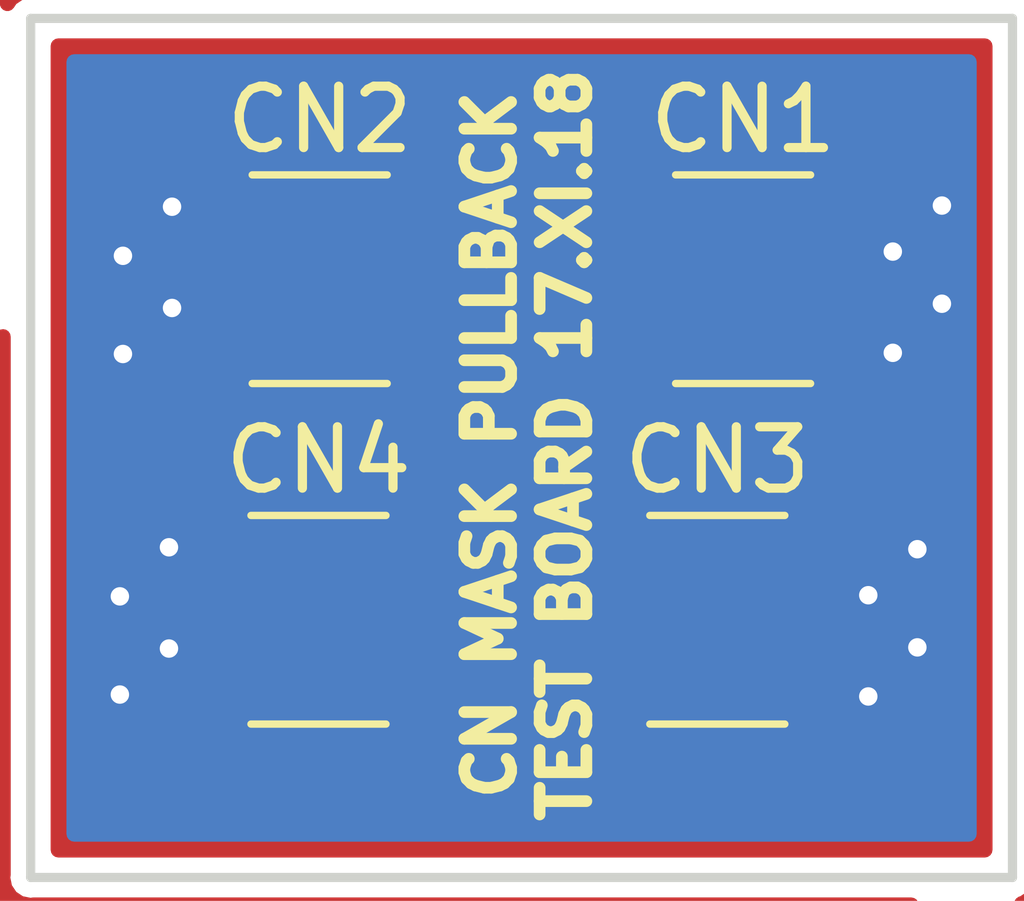
<source format=kicad_pcb>
(kicad_pcb (version 20171130) (host pcbnew "(5.0.0)")

  (general
    (thickness 1.6)
    (drawings 5)
    (tracks 71)
    (zones 0)
    (modules 4)
    (nets 10)
  )

  (page A4)
  (layers
    (0 F.Cu signal hide)
    (31 B.Cu signal)
    (32 B.Adhes user)
    (33 F.Adhes user)
    (34 B.Paste user)
    (35 F.Paste user)
    (36 B.SilkS user)
    (37 F.SilkS user)
    (38 B.Mask user)
    (39 F.Mask user)
    (40 Dwgs.User user)
    (41 Cmts.User user)
    (42 Eco1.User user)
    (43 Eco2.User user)
    (44 Edge.Cuts user)
    (45 Margin user)
    (46 B.CrtYd user)
    (47 F.CrtYd user)
    (48 B.Fab user)
    (49 F.Fab user)
  )

  (setup
    (last_trace_width 0.127)
    (trace_clearance 0.2)
    (zone_clearance 0.25)
    (zone_45_only no)
    (trace_min 0.127)
    (segment_width 0.2)
    (edge_width 0.15)
    (via_size 0.6)
    (via_drill 0.3)
    (via_min_size 0.6)
    (via_min_drill 0.3)
    (uvia_size 0.3)
    (uvia_drill 0.1)
    (uvias_allowed no)
    (uvia_min_size 0.2)
    (uvia_min_drill 0.1)
    (pcb_text_width 0.3)
    (pcb_text_size 1.5 1.5)
    (mod_edge_width 0.15)
    (mod_text_size 1 1)
    (mod_text_width 0.15)
    (pad_size 1.524 1.524)
    (pad_drill 0.762)
    (pad_to_mask_clearance 0.2)
    (aux_axis_origin 0 0)
    (visible_elements FFFFFF7F)
    (pcbplotparams
      (layerselection 0x010f0_ffffffff)
      (usegerberextensions false)
      (usegerberattributes false)
      (usegerberadvancedattributes false)
      (creategerberjobfile false)
      (excludeedgelayer true)
      (linewidth 0.100000)
      (plotframeref false)
      (viasonmask false)
      (mode 1)
      (useauxorigin false)
      (hpglpennumber 1)
      (hpglpenspeed 20)
      (hpglpendiameter 15.000000)
      (psnegative false)
      (psa4output false)
      (plotreference true)
      (plotvalue true)
      (plotinvisibletext false)
      (padsonsilk false)
      (subtractmaskfromsilk false)
      (outputformat 1)
      (mirror false)
      (drillshape 0)
      (scaleselection 1)
      (outputdirectory "test_for_smd_networks"))
  )

  (net 0 "")
  (net 1 GND)
  (net 2 "Net-(CN1-Pad4)")
  (net 3 "Net-(CN1-Pad1)")
  (net 4 "Net-(CN1-Pad3)")
  (net 5 "Net-(CN1-Pad2)")
  (net 6 "Net-(CN3-Pad4)")
  (net 7 "Net-(CN3-Pad1)")
  (net 8 "Net-(CN3-Pad3)")
  (net 9 "Net-(CN3-Pad2)")

  (net_class Default "This is the default net class."
    (clearance 0.2)
    (trace_width 0.127)
    (via_dia 0.6)
    (via_drill 0.3)
    (uvia_dia 0.3)
    (uvia_drill 0.1)
    (add_net GND)
    (add_net "Net-(CN1-Pad1)")
    (add_net "Net-(CN1-Pad2)")
    (add_net "Net-(CN1-Pad3)")
    (add_net "Net-(CN1-Pad4)")
    (add_net "Net-(CN3-Pad1)")
    (add_net "Net-(CN3-Pad2)")
    (add_net "Net-(CN3-Pad3)")
    (add_net "Net-(CN3-Pad4)")
  )

  (module lmarv:RN_1206_4 (layer F.Cu) (tedit 5BF0FD2B) (tstamp 5BF10C5B)
    (at 67.61 41.25)
    (descr "SMT resistor net, Bourns CAT16 series, 4 way")
    (tags "SMT resistor net Bourns CAT16 series 4 way")
    (path /5BF0FE71)
    (attr smd)
    (fp_text reference CN1 (at 0 -2.6) (layer F.SilkS)
      (effects (font (size 1 1) (thickness 0.15)))
    )
    (fp_text value CKCA43C0G1H (at 0 2.55) (layer F.Fab)
      (effects (font (size 1 1) (thickness 0.15)))
    )
    (fp_circle (center 0 0) (end -0.1 0) (layer F.Adhes) (width 0.2))
    (fp_line (start 1.39 1.85) (end -1.39 1.85) (layer F.CrtYd) (width 0.05))
    (fp_line (start 1.39 1.85) (end 1.39 -1.85) (layer F.CrtYd) (width 0.05))
    (fp_line (start -1.39 -1.85) (end -1.39 1.85) (layer F.CrtYd) (width 0.05))
    (fp_line (start -1.39 -1.85) (end 1.39 -1.85) (layer F.CrtYd) (width 0.05))
    (fp_line (start 1.1 -1.7) (end -1.1 -1.7) (layer F.SilkS) (width 0.12))
    (fp_line (start 1.1 1.7) (end -1.1 1.7) (layer F.SilkS) (width 0.12))
    (fp_line (start 0.8 -1.6) (end 0.8 1.6) (layer F.Fab) (width 0.1))
    (fp_line (start -0.8 -1.6) (end 0.8 -1.6) (layer F.Fab) (width 0.1))
    (fp_line (start -0.8 1.6) (end -0.8 -1.6) (layer F.Fab) (width 0.1))
    (fp_line (start 0.8 1.6) (end -0.8 1.6) (layer F.Fab) (width 0.1))
    (fp_text user %R (at 0 0 90) (layer F.Fab)
      (effects (font (size 0.5 0.5) (thickness 0.075)))
    )
    (fp_poly (pts (xy -1.25 -1.75) (xy 1.25 -1.75) (xy 1.25 1.75) (xy -1.25 1.75)) (layer F.Mask) (width 0.15))
    (pad 8 smd rect (at 0.76 -1.2 180) (size 1 0.43) (layers F.Cu F.Paste F.Mask)
      (net 1 GND))
    (pad 5 smd rect (at 0.76 1.2 180) (size 1 0.43) (layers F.Cu F.Paste F.Mask)
      (net 1 GND))
    (pad 4 smd rect (at -0.76 1.2 180) (size 1 0.43) (layers F.Cu F.Paste F.Mask)
      (net 2 "Net-(CN1-Pad4)"))
    (pad 1 smd rect (at -0.76 -1.2 180) (size 1 0.43) (layers F.Cu F.Paste F.Mask)
      (net 3 "Net-(CN1-Pad1)"))
    (pad 6 smd rect (at 0.76 0.4 180) (size 1 0.43) (layers F.Cu F.Paste F.Mask)
      (net 1 GND))
    (pad 3 smd rect (at -0.76 0.4 180) (size 1 0.43) (layers F.Cu F.Paste F.Mask)
      (net 4 "Net-(CN1-Pad3)"))
    (pad 7 smd rect (at 0.76 -0.4 180) (size 1 0.43) (layers F.Cu F.Paste F.Mask)
      (net 1 GND))
    (pad 2 smd rect (at -0.76 -0.4 180) (size 1 0.43) (layers F.Cu F.Paste F.Mask)
      (net 5 "Net-(CN1-Pad2)"))
    (model ${KISYS3DMOD}/Resistors_SMD.3dshapes/R_Cat16-4.wrl
      (at (xyz 0 0 0))
      (scale (xyz 1 1 1))
      (rotate (xyz 0 0 0))
    )
  )

  (module lmarv:RN_1206_4 (layer F.Cu) (tedit 5BF0FD2B) (tstamp 5BF10C74)
    (at 60.71 41.25)
    (descr "SMT resistor net, Bourns CAT16 series, 4 way")
    (tags "SMT resistor net Bourns CAT16 series 4 way")
    (path /5BF0FEAC)
    (attr smd)
    (fp_text reference CN2 (at 0 -2.6) (layer F.SilkS)
      (effects (font (size 1 1) (thickness 0.15)))
    )
    (fp_text value CKCA43C0G1H (at 0 2.55) (layer F.Fab)
      (effects (font (size 1 1) (thickness 0.15)))
    )
    (fp_poly (pts (xy -1.25 -1.75) (xy 1.25 -1.75) (xy 1.25 1.75) (xy -1.25 1.75)) (layer F.Mask) (width 0.15))
    (fp_text user %R (at 0 0 90) (layer F.Fab)
      (effects (font (size 0.5 0.5) (thickness 0.075)))
    )
    (fp_line (start 0.8 1.6) (end -0.8 1.6) (layer F.Fab) (width 0.1))
    (fp_line (start -0.8 1.6) (end -0.8 -1.6) (layer F.Fab) (width 0.1))
    (fp_line (start -0.8 -1.6) (end 0.8 -1.6) (layer F.Fab) (width 0.1))
    (fp_line (start 0.8 -1.6) (end 0.8 1.6) (layer F.Fab) (width 0.1))
    (fp_line (start 1.1 1.7) (end -1.1 1.7) (layer F.SilkS) (width 0.12))
    (fp_line (start 1.1 -1.7) (end -1.1 -1.7) (layer F.SilkS) (width 0.12))
    (fp_line (start -1.39 -1.85) (end 1.39 -1.85) (layer F.CrtYd) (width 0.05))
    (fp_line (start -1.39 -1.85) (end -1.39 1.85) (layer F.CrtYd) (width 0.05))
    (fp_line (start 1.39 1.85) (end 1.39 -1.85) (layer F.CrtYd) (width 0.05))
    (fp_line (start 1.39 1.85) (end -1.39 1.85) (layer F.CrtYd) (width 0.05))
    (fp_circle (center 0 0) (end -0.1 0) (layer F.Adhes) (width 0.2))
    (pad 2 smd rect (at -0.76 -0.4 180) (size 1 0.43) (layers F.Cu F.Paste F.Mask)
      (net 1 GND))
    (pad 7 smd rect (at 0.76 -0.4 180) (size 1 0.43) (layers F.Cu F.Paste F.Mask)
      (net 5 "Net-(CN1-Pad2)"))
    (pad 3 smd rect (at -0.76 0.4 180) (size 1 0.43) (layers F.Cu F.Paste F.Mask)
      (net 1 GND))
    (pad 6 smd rect (at 0.76 0.4 180) (size 1 0.43) (layers F.Cu F.Paste F.Mask)
      (net 4 "Net-(CN1-Pad3)"))
    (pad 1 smd rect (at -0.76 -1.2 180) (size 1 0.43) (layers F.Cu F.Paste F.Mask)
      (net 1 GND))
    (pad 4 smd rect (at -0.76 1.2 180) (size 1 0.43) (layers F.Cu F.Paste F.Mask)
      (net 1 GND))
    (pad 5 smd rect (at 0.76 1.2 180) (size 1 0.43) (layers F.Cu F.Paste F.Mask)
      (net 2 "Net-(CN1-Pad4)"))
    (pad 8 smd rect (at 0.76 -1.2 180) (size 1 0.43) (layers F.Cu F.Paste F.Mask)
      (net 3 "Net-(CN1-Pad1)"))
    (model ${KISYS3DMOD}/Resistors_SMD.3dshapes/R_Cat16-4.wrl
      (at (xyz 0 0 0))
      (scale (xyz 1 1 1))
      (rotate (xyz 0 0 0))
    )
  )

  (module lmarv:RN_1206_4 (layer F.Cu) (tedit 5BF0FD2B) (tstamp 5BF10EBD)
    (at 67.19 46.8)
    (descr "SMT resistor net, Bourns CAT16 series, 4 way")
    (tags "SMT resistor net Bourns CAT16 series 4 way")
    (path /5BF0FFB2)
    (attr smd)
    (fp_text reference CN3 (at 0 -2.6) (layer F.SilkS)
      (effects (font (size 1 1) (thickness 0.15)))
    )
    (fp_text value CKCA43C0G1H (at 0 2.55) (layer F.Fab)
      (effects (font (size 1 1) (thickness 0.15)))
    )
    (fp_circle (center 0 0) (end -0.1 0) (layer F.Adhes) (width 0.2))
    (fp_line (start 1.39 1.85) (end -1.39 1.85) (layer F.CrtYd) (width 0.05))
    (fp_line (start 1.39 1.85) (end 1.39 -1.85) (layer F.CrtYd) (width 0.05))
    (fp_line (start -1.39 -1.85) (end -1.39 1.85) (layer F.CrtYd) (width 0.05))
    (fp_line (start -1.39 -1.85) (end 1.39 -1.85) (layer F.CrtYd) (width 0.05))
    (fp_line (start 1.1 -1.7) (end -1.1 -1.7) (layer F.SilkS) (width 0.12))
    (fp_line (start 1.1 1.7) (end -1.1 1.7) (layer F.SilkS) (width 0.12))
    (fp_line (start 0.8 -1.6) (end 0.8 1.6) (layer F.Fab) (width 0.1))
    (fp_line (start -0.8 -1.6) (end 0.8 -1.6) (layer F.Fab) (width 0.1))
    (fp_line (start -0.8 1.6) (end -0.8 -1.6) (layer F.Fab) (width 0.1))
    (fp_line (start 0.8 1.6) (end -0.8 1.6) (layer F.Fab) (width 0.1))
    (fp_text user %R (at 0 0 90) (layer F.Fab)
      (effects (font (size 0.5 0.5) (thickness 0.075)))
    )
    (fp_poly (pts (xy -1.25 -1.75) (xy 1.25 -1.75) (xy 1.25 1.75) (xy -1.25 1.75)) (layer F.Mask) (width 0.15))
    (pad 8 smd rect (at 0.76 -1.2 180) (size 1 0.43) (layers F.Cu F.Paste F.Mask)
      (net 1 GND))
    (pad 5 smd rect (at 0.76 1.2 180) (size 1 0.43) (layers F.Cu F.Paste F.Mask)
      (net 1 GND))
    (pad 4 smd rect (at -0.76 1.2 180) (size 1 0.43) (layers F.Cu F.Paste F.Mask)
      (net 6 "Net-(CN3-Pad4)"))
    (pad 1 smd rect (at -0.76 -1.2 180) (size 1 0.43) (layers F.Cu F.Paste F.Mask)
      (net 7 "Net-(CN3-Pad1)"))
    (pad 6 smd rect (at 0.76 0.4 180) (size 1 0.43) (layers F.Cu F.Paste F.Mask)
      (net 1 GND))
    (pad 3 smd rect (at -0.76 0.4 180) (size 1 0.43) (layers F.Cu F.Paste F.Mask)
      (net 8 "Net-(CN3-Pad3)"))
    (pad 7 smd rect (at 0.76 -0.4 180) (size 1 0.43) (layers F.Cu F.Paste F.Mask)
      (net 1 GND))
    (pad 2 smd rect (at -0.76 -0.4 180) (size 1 0.43) (layers F.Cu F.Paste F.Mask)
      (net 9 "Net-(CN3-Pad2)"))
    (model ${KISYS3DMOD}/Resistors_SMD.3dshapes/R_Cat16-4.wrl
      (at (xyz 0 0 0))
      (scale (xyz 1 1 1))
      (rotate (xyz 0 0 0))
    )
  )

  (module lmarv:RN_1206_4 (layer F.Cu) (tedit 5BF0FD2B) (tstamp 5BF10CA6)
    (at 60.69 46.8)
    (descr "SMT resistor net, Bourns CAT16 series, 4 way")
    (tags "SMT resistor net Bourns CAT16 series 4 way")
    (path /5BF0FFB8)
    (attr smd)
    (fp_text reference CN4 (at 0 -2.6) (layer F.SilkS)
      (effects (font (size 1 1) (thickness 0.15)))
    )
    (fp_text value CKCA43C0G1H (at 0 2.55) (layer F.Fab)
      (effects (font (size 1 1) (thickness 0.15)))
    )
    (fp_poly (pts (xy -1.25 -1.75) (xy 1.25 -1.75) (xy 1.25 1.75) (xy -1.25 1.75)) (layer F.Mask) (width 0.15))
    (fp_text user %R (at 0 0 90) (layer F.Fab)
      (effects (font (size 0.5 0.5) (thickness 0.075)))
    )
    (fp_line (start 0.8 1.6) (end -0.8 1.6) (layer F.Fab) (width 0.1))
    (fp_line (start -0.8 1.6) (end -0.8 -1.6) (layer F.Fab) (width 0.1))
    (fp_line (start -0.8 -1.6) (end 0.8 -1.6) (layer F.Fab) (width 0.1))
    (fp_line (start 0.8 -1.6) (end 0.8 1.6) (layer F.Fab) (width 0.1))
    (fp_line (start 1.1 1.7) (end -1.1 1.7) (layer F.SilkS) (width 0.12))
    (fp_line (start 1.1 -1.7) (end -1.1 -1.7) (layer F.SilkS) (width 0.12))
    (fp_line (start -1.39 -1.85) (end 1.39 -1.85) (layer F.CrtYd) (width 0.05))
    (fp_line (start -1.39 -1.85) (end -1.39 1.85) (layer F.CrtYd) (width 0.05))
    (fp_line (start 1.39 1.85) (end 1.39 -1.85) (layer F.CrtYd) (width 0.05))
    (fp_line (start 1.39 1.85) (end -1.39 1.85) (layer F.CrtYd) (width 0.05))
    (fp_circle (center 0 0) (end -0.1 0) (layer F.Adhes) (width 0.2))
    (pad 2 smd rect (at -0.76 -0.4 180) (size 1 0.43) (layers F.Cu F.Paste F.Mask)
      (net 1 GND))
    (pad 7 smd rect (at 0.76 -0.4 180) (size 1 0.43) (layers F.Cu F.Paste F.Mask)
      (net 9 "Net-(CN3-Pad2)"))
    (pad 3 smd rect (at -0.76 0.4 180) (size 1 0.43) (layers F.Cu F.Paste F.Mask)
      (net 1 GND))
    (pad 6 smd rect (at 0.76 0.4 180) (size 1 0.43) (layers F.Cu F.Paste F.Mask)
      (net 8 "Net-(CN3-Pad3)"))
    (pad 1 smd rect (at -0.76 -1.2 180) (size 1 0.43) (layers F.Cu F.Paste F.Mask)
      (net 1 GND))
    (pad 4 smd rect (at -0.76 1.2 180) (size 1 0.43) (layers F.Cu F.Paste F.Mask)
      (net 1 GND))
    (pad 5 smd rect (at 0.76 1.2 180) (size 1 0.43) (layers F.Cu F.Paste F.Mask)
      (net 6 "Net-(CN3-Pad4)"))
    (pad 8 smd rect (at 0.76 -1.2 180) (size 1 0.43) (layers F.Cu F.Paste F.Mask)
      (net 7 "Net-(CN3-Pad1)"))
    (model ${KISYS3DMOD}/Resistors_SMD.3dshapes/R_Cat16-4.wrl
      (at (xyz 0 0 0))
      (scale (xyz 1 1 1))
      (rotate (xyz 0 0 0))
    )
  )

  (gr_text "CN MASK PULLBACK\nTEST BOARD 17.XI.18" (at 64.1 43.95 90) (layer F.SilkS)
    (effects (font (size 0.762 0.762) (thickness 0.1905)))
  )
  (gr_line (start 56 51) (end 56 37) (layer Edge.Cuts) (width 0.15))
  (gr_line (start 72 51) (end 56 51) (layer Edge.Cuts) (width 0.15))
  (gr_line (start 72 37) (end 72 51) (layer Edge.Cuts) (width 0.15))
  (gr_line (start 56 37) (end 72 37) (layer Edge.Cuts) (width 0.15))

  (via (at 70.85 40.05) (size 0.6) (drill 0.3) (layers F.Cu B.Cu) (net 1))
  (segment (start 68.37 40.05) (end 70.85 40.05) (width 0.127) (layer F.Cu) (net 1))
  (via (at 70.05 40.8) (size 0.6) (drill 0.3) (layers F.Cu B.Cu) (net 1))
  (segment (start 68.37 40.85) (end 70 40.85) (width 0.127) (layer F.Cu) (net 1))
  (segment (start 70 40.85) (end 70.05 40.8) (width 0.127) (layer F.Cu) (net 1))
  (via (at 70.85 41.65) (size 0.6) (drill 0.3) (layers F.Cu B.Cu) (net 1))
  (segment (start 68.37 41.65) (end 70.85 41.65) (width 0.127) (layer F.Cu) (net 1))
  (via (at 70.05 42.45) (size 0.6) (drill 0.3) (layers F.Cu B.Cu) (net 1))
  (segment (start 68.37 42.45) (end 70.05 42.45) (width 0.127) (layer F.Cu) (net 1))
  (via (at 70.45 45.65) (size 0.6) (drill 0.3) (layers F.Cu B.Cu) (net 1) (tstamp 5BF1101F))
  (via (at 70.45 47.25) (size 0.6) (drill 0.3) (layers F.Cu B.Cu) (net 1) (tstamp 5BF11020))
  (via (at 69.65 46.4) (size 0.6) (drill 0.3) (layers F.Cu B.Cu) (net 1) (tstamp 5BF11021))
  (segment (start 69.6 46.45) (end 69.65 46.4) (width 0.127) (layer F.Cu) (net 1) (tstamp 5BF11022))
  (segment (start 67.97 45.65) (end 70.45 45.65) (width 0.127) (layer F.Cu) (net 1) (tstamp 5BF11023))
  (segment (start 67.97 48.05) (end 69.65 48.05) (width 0.127) (layer F.Cu) (net 1) (tstamp 5BF11024))
  (segment (start 67.97 47.25) (end 70.45 47.25) (width 0.127) (layer F.Cu) (net 1) (tstamp 5BF11025))
  (segment (start 67.97 46.45) (end 69.6 46.45) (width 0.127) (layer F.Cu) (net 1) (tstamp 5BF11026))
  (via (at 69.65 48.05) (size 0.6) (drill 0.3) (layers F.Cu B.Cu) (net 1) (tstamp 5BF11027))
  (via (at 57.503649 42.468884) (size 0.6) (drill 0.3) (layers F.Cu B.Cu) (net 1) (tstamp 5BF11032))
  (via (at 57.503649 40.868884) (size 0.6) (drill 0.3) (layers F.Cu B.Cu) (net 1) (tstamp 5BF11033))
  (via (at 58.303649 41.718884) (size 0.6) (drill 0.3) (layers F.Cu B.Cu) (net 1) (tstamp 5BF11034))
  (segment (start 58.353649 41.668884) (end 58.303649 41.718884) (width 0.127) (layer F.Cu) (net 1) (tstamp 5BF11035))
  (segment (start 59.983649 42.468884) (end 57.503649 42.468884) (width 0.127) (layer F.Cu) (net 1) (tstamp 5BF11036))
  (segment (start 59.983649 40.068884) (end 58.303649 40.068884) (width 0.127) (layer F.Cu) (net 1) (tstamp 5BF11037))
  (segment (start 59.983649 40.868884) (end 57.503649 40.868884) (width 0.127) (layer F.Cu) (net 1) (tstamp 5BF11038))
  (segment (start 59.983649 41.668884) (end 58.353649 41.668884) (width 0.127) (layer F.Cu) (net 1) (tstamp 5BF11039))
  (via (at 58.303649 40.068884) (size 0.6) (drill 0.3) (layers F.Cu B.Cu) (net 1) (tstamp 5BF1103A))
  (segment (start 59.933649 45.618884) (end 58.253649 45.618884) (width 0.127) (layer F.Cu) (net 1) (tstamp 5BF11068))
  (segment (start 58.303649 47.218884) (end 58.253649 47.268884) (width 0.127) (layer F.Cu) (net 1) (tstamp 5BF11069))
  (segment (start 59.933649 46.418884) (end 57.453649 46.418884) (width 0.127) (layer F.Cu) (net 1) (tstamp 5BF1106A))
  (segment (start 59.933649 47.218884) (end 58.303649 47.218884) (width 0.127) (layer F.Cu) (net 1) (tstamp 5BF1106B))
  (segment (start 59.933649 48.018884) (end 57.453649 48.018884) (width 0.127) (layer F.Cu) (net 1) (tstamp 5BF1106C))
  (via (at 58.253649 45.618884) (size 0.6) (drill 0.3) (layers F.Cu B.Cu) (net 1) (tstamp 5BF1106D))
  (via (at 58.253649 47.268884) (size 0.6) (drill 0.3) (layers F.Cu B.Cu) (net 1) (tstamp 5BF1106E))
  (via (at 57.453649 48.018884) (size 0.6) (drill 0.3) (layers F.Cu B.Cu) (net 1) (tstamp 5BF1106F))
  (via (at 57.453649 46.418884) (size 0.6) (drill 0.3) (layers F.Cu B.Cu) (net 1) (tstamp 5BF11070))
  (segment (start 62.097 42.45) (end 63.447 41.1) (width 0.127) (layer F.Cu) (net 2))
  (segment (start 61.47 42.45) (end 62.097 42.45) (width 0.127) (layer F.Cu) (net 2))
  (segment (start 66.223 42.45) (end 66.85 42.45) (width 0.127) (layer F.Cu) (net 2))
  (segment (start 65.1 41.327) (end 66.223 42.45) (width 0.127) (layer F.Cu) (net 2))
  (segment (start 65.027 41.327) (end 64.8 41.1) (width 0.127) (layer F.Cu) (net 2))
  (segment (start 65.1 41.327) (end 65.027 41.327) (width 0.127) (layer F.Cu) (net 2))
  (segment (start 63.447 41.1) (end 64.8 41.1) (width 0.127) (layer F.Cu) (net 2))
  (segment (start 65.574926 40.05) (end 66.223 40.05) (width 0.127) (layer F.Cu) (net 3))
  (segment (start 61.47 40.05) (end 62.772074 40.05) (width 0.127) (layer F.Cu) (net 3))
  (segment (start 62.772074 40.05) (end 62.776096 40.045978) (width 0.127) (layer F.Cu) (net 3))
  (segment (start 62.776096 40.045978) (end 65.570904 40.045978) (width 0.127) (layer F.Cu) (net 3))
  (segment (start 66.223 40.05) (end 66.85 40.05) (width 0.127) (layer F.Cu) (net 3))
  (segment (start 65.570904 40.045978) (end 65.574926 40.05) (width 0.127) (layer F.Cu) (net 3))
  (segment (start 62.097 41.65) (end 63.047 40.7) (width 0.127) (layer F.Cu) (net 4))
  (segment (start 61.47 41.65) (end 62.097 41.65) (width 0.127) (layer F.Cu) (net 4))
  (segment (start 63.047 40.7) (end 65.3 40.7) (width 0.127) (layer F.Cu) (net 4))
  (segment (start 66.223 41.65) (end 66.85 41.65) (width 0.127) (layer F.Cu) (net 4))
  (segment (start 65.3 40.727) (end 66.223 41.65) (width 0.127) (layer F.Cu) (net 4))
  (segment (start 65.3 40.7) (end 65.3 40.727) (width 0.127) (layer F.Cu) (net 4))
  (segment (start 65.912463 40.85) (end 66.223 40.85) (width 0.127) (layer F.Cu) (net 5))
  (segment (start 66.223 40.85) (end 66.85 40.85) (width 0.127) (layer F.Cu) (net 5))
  (segment (start 62.911548 40.372989) (end 65.435452 40.372989) (width 0.127) (layer F.Cu) (net 5))
  (segment (start 65.435452 40.372989) (end 65.912463 40.85) (width 0.127) (layer F.Cu) (net 5))
  (segment (start 62.434537 40.85) (end 62.911548 40.372989) (width 0.127) (layer F.Cu) (net 5))
  (segment (start 61.47 40.85) (end 62.434537 40.85) (width 0.127) (layer F.Cu) (net 5))
  (segment (start 66.43 48) (end 65.803 48) (width 0.127) (layer F.Cu) (net 6))
  (segment (start 62.077 48) (end 66.43 48) (width 0.127) (layer F.Cu) (net 6))
  (segment (start 61.45 48) (end 62.077 48) (width 0.127) (layer F.Cu) (net 6))
  (segment (start 61.45 45.6) (end 62.077 45.6) (width 0.127) (layer F.Cu) (net 7))
  (segment (start 61.45 45.6) (end 66.43 45.6) (width 0.127) (layer F.Cu) (net 7))
  (segment (start 61.45 47.2) (end 62.077 47.2) (width 0.127) (layer F.Cu) (net 8))
  (segment (start 66.43 47.2) (end 61.45 47.2) (width 0.127) (layer F.Cu) (net 8))
  (segment (start 66.43 46.4) (end 65.803 46.4) (width 0.127) (layer F.Cu) (net 9))
  (segment (start 62.077 46.4) (end 66.43 46.4) (width 0.127) (layer F.Cu) (net 9))
  (segment (start 61.45 46.4) (end 62.077 46.4) (width 0.127) (layer F.Cu) (net 9))

  (zone (net 1) (net_name GND) (layer B.Cu) (tstamp 5BF110D0) (hatch edge 0.508)
    (connect_pads (clearance 0.508))
    (min_thickness 0.254)
    (fill yes (arc_segments 16) (thermal_gap 0.508) (thermal_bridge_width 0.508))
    (polygon
      (pts
        (xy 72.2 36.8) (xy 72.2 51.3) (xy 55.5 51.4) (xy 55.7 36.7)
      )
    )
    (filled_polygon
      (pts
        (xy 71.290001 50.29) (xy 56.71 50.29) (xy 56.71 37.71) (xy 71.29 37.71)
      )
    )
  )
  (zone (net 0) (net_name "") (layer F.Cu) (tstamp 5BF110CD) (hatch edge 0.508)
    (connect_pads (clearance 0.25))
    (min_thickness 0.25)
    (fill yes (arc_segments 16) (thermal_gap 0.25) (thermal_bridge_width 0.3))
    (polygon
      (pts
        (xy 72.45 36.6) (xy 72.5 51.55) (xy 55.3 51.75) (xy 55.5 36.45) (xy 71.7 36.25)
      )
    )
    (filled_polygon
      (pts
        (xy 55.55 50.955679) (xy 55.541184 51) (xy 55.576109 51.175581) (xy 55.675568 51.324432) (xy 55.824419 51.423891)
        (xy 56 51.458816) (xy 56.044321 51.45) (xy 70.349201 51.45) (xy 55.426664 51.623518) (xy 55.550001 42.188244)
      )
    )
    (filled_polygon
      (pts
        (xy 72.374586 51.426449) (xy 72.149567 51.429066) (xy 72.175581 51.423891) (xy 72.324432 51.324432) (xy 72.373997 51.250253)
      )
    )
    (filled_polygon
      (pts
        (xy 71.550001 50.55) (xy 56.45 50.55) (xy 56.45 46.284618) (xy 56.778649 46.284618) (xy 56.778649 46.55315)
        (xy 56.881412 46.801241) (xy 57.071292 46.991121) (xy 57.319383 47.093884) (xy 57.587915 47.093884) (xy 57.597097 47.090081)
        (xy 57.578649 47.134618) (xy 57.578649 47.343884) (xy 57.319383 47.343884) (xy 57.071292 47.446647) (xy 56.881412 47.636527)
        (xy 56.778649 47.884618) (xy 56.778649 48.15315) (xy 56.881412 48.401241) (xy 57.071292 48.591121) (xy 57.319383 48.693884)
        (xy 57.587915 48.693884) (xy 57.836006 48.591121) (xy 57.969743 48.457384) (xy 59.140949 48.457384) (xy 59.159641 48.485359)
        (xy 59.283683 48.568242) (xy 59.43 48.597346) (xy 60.43 48.597346) (xy 60.576317 48.568242) (xy 60.69 48.492281)
        (xy 60.803683 48.568242) (xy 60.95 48.597346) (xy 61.95 48.597346) (xy 62.096317 48.568242) (xy 62.220359 48.485359)
        (xy 62.251669 48.4385) (xy 65.628331 48.4385) (xy 65.659641 48.485359) (xy 65.783683 48.568242) (xy 65.93 48.597346)
        (xy 66.93 48.597346) (xy 67.076317 48.568242) (xy 67.19 48.492281) (xy 67.303683 48.568242) (xy 67.45 48.597346)
        (xy 68.45 48.597346) (xy 68.596317 48.568242) (xy 68.715658 48.4885) (xy 69.133906 48.4885) (xy 69.267643 48.622237)
        (xy 69.515734 48.725) (xy 69.784266 48.725) (xy 70.032357 48.622237) (xy 70.222237 48.432357) (xy 70.325 48.184266)
        (xy 70.325 47.925) (xy 70.584266 47.925) (xy 70.832357 47.822237) (xy 71.022237 47.632357) (xy 71.125 47.384266)
        (xy 71.125 47.115734) (xy 71.022237 46.867643) (xy 70.832357 46.677763) (xy 70.584266 46.575) (xy 70.315734 46.575)
        (xy 70.306552 46.578803) (xy 70.325 46.534266) (xy 70.325 46.325) (xy 70.584266 46.325) (xy 70.832357 46.222237)
        (xy 71.022237 46.032357) (xy 71.125 45.784266) (xy 71.125 45.515734) (xy 71.022237 45.267643) (xy 70.832357 45.077763)
        (xy 70.584266 44.975) (xy 70.315734 44.975) (xy 70.067643 45.077763) (xy 69.933906 45.2115) (xy 68.785079 45.2115)
        (xy 68.720359 45.114641) (xy 68.596317 45.031758) (xy 68.45 45.002654) (xy 67.45 45.002654) (xy 67.303683 45.031758)
        (xy 67.19 45.107719) (xy 67.076317 45.031758) (xy 66.93 45.002654) (xy 65.93 45.002654) (xy 65.783683 45.031758)
        (xy 65.659641 45.114641) (xy 65.628331 45.1615) (xy 62.251669 45.1615) (xy 62.220359 45.114641) (xy 62.096317 45.031758)
        (xy 61.95 45.002654) (xy 60.95 45.002654) (xy 60.803683 45.031758) (xy 60.69 45.107719) (xy 60.576317 45.031758)
        (xy 60.43 45.002654) (xy 59.43 45.002654) (xy 59.283683 45.031758) (xy 59.159641 45.114641) (xy 59.115713 45.180384)
        (xy 58.769743 45.180384) (xy 58.636006 45.046647) (xy 58.387915 44.943884) (xy 58.119383 44.943884) (xy 57.871292 45.046647)
        (xy 57.681412 45.236527) (xy 57.578649 45.484618) (xy 57.578649 45.743884) (xy 57.319383 45.743884) (xy 57.071292 45.846647)
        (xy 56.881412 46.036527) (xy 56.778649 46.284618) (xy 56.45 46.284618) (xy 56.45 40.734618) (xy 56.828649 40.734618)
        (xy 56.828649 41.00315) (xy 56.931412 41.251241) (xy 57.121292 41.441121) (xy 57.369383 41.543884) (xy 57.637915 41.543884)
        (xy 57.647097 41.540081) (xy 57.628649 41.584618) (xy 57.628649 41.793884) (xy 57.369383 41.793884) (xy 57.121292 41.896647)
        (xy 56.931412 42.086527) (xy 56.828649 42.334618) (xy 56.828649 42.60315) (xy 56.931412 42.851241) (xy 57.121292 43.041121)
        (xy 57.369383 43.143884) (xy 57.637915 43.143884) (xy 57.886006 43.041121) (xy 58.019743 42.907384) (xy 59.160949 42.907384)
        (xy 59.179641 42.935359) (xy 59.303683 43.018242) (xy 59.45 43.047346) (xy 60.45 43.047346) (xy 60.596317 43.018242)
        (xy 60.71 42.942281) (xy 60.823683 43.018242) (xy 60.97 43.047346) (xy 61.97 43.047346) (xy 62.116317 43.018242)
        (xy 62.240359 42.935359) (xy 62.305266 42.838219) (xy 62.41314 42.76614) (xy 62.437602 42.72953) (xy 63.628632 41.5385)
        (xy 64.618369 41.5385) (xy 64.686396 41.606527) (xy 64.71086 41.64314) (xy 64.855906 41.740057) (xy 64.902117 41.749249)
        (xy 65.8824 42.729533) (xy 65.90686 42.76614) (xy 65.943467 42.7906) (xy 65.943469 42.790602) (xy 66.00596 42.832357)
        (xy 66.014734 42.838219) (xy 66.079641 42.935359) (xy 66.203683 43.018242) (xy 66.35 43.047346) (xy 67.35 43.047346)
        (xy 67.496317 43.018242) (xy 67.61 42.942281) (xy 67.723683 43.018242) (xy 67.87 43.047346) (xy 68.87 43.047346)
        (xy 69.016317 43.018242) (xy 69.140359 42.935359) (xy 69.171669 42.8885) (xy 69.533906 42.8885) (xy 69.667643 43.022237)
        (xy 69.915734 43.125) (xy 70.184266 43.125) (xy 70.432357 43.022237) (xy 70.622237 42.832357) (xy 70.725 42.584266)
        (xy 70.725 42.325) (xy 70.984266 42.325) (xy 71.232357 42.222237) (xy 71.422237 42.032357) (xy 71.525 41.784266)
        (xy 71.525 41.515734) (xy 71.422237 41.267643) (xy 71.232357 41.077763) (xy 70.984266 40.975) (xy 70.715734 40.975)
        (xy 70.706552 40.978803) (xy 70.725 40.934266) (xy 70.725 40.725) (xy 70.984266 40.725) (xy 71.232357 40.622237)
        (xy 71.422237 40.432357) (xy 71.525 40.184266) (xy 71.525 39.915734) (xy 71.422237 39.667643) (xy 71.232357 39.477763)
        (xy 70.984266 39.375) (xy 70.715734 39.375) (xy 70.467643 39.477763) (xy 70.333906 39.6115) (xy 69.171669 39.6115)
        (xy 69.140359 39.564641) (xy 69.016317 39.481758) (xy 68.87 39.452654) (xy 67.87 39.452654) (xy 67.723683 39.481758)
        (xy 67.61 39.557719) (xy 67.496317 39.481758) (xy 67.35 39.452654) (xy 66.35 39.452654) (xy 66.203683 39.481758)
        (xy 66.079641 39.564641) (xy 66.048331 39.6115) (xy 65.634308 39.6115) (xy 65.614088 39.607478) (xy 65.614084 39.607478)
        (xy 65.570904 39.598889) (xy 65.527724 39.607478) (xy 62.819276 39.607478) (xy 62.776096 39.598889) (xy 62.732916 39.607478)
        (xy 62.732912 39.607478) (xy 62.712692 39.6115) (xy 62.271669 39.6115) (xy 62.240359 39.564641) (xy 62.116317 39.481758)
        (xy 61.97 39.452654) (xy 60.97 39.452654) (xy 60.823683 39.481758) (xy 60.71 39.557719) (xy 60.596317 39.481758)
        (xy 60.45 39.452654) (xy 59.45 39.452654) (xy 59.303683 39.481758) (xy 59.179641 39.564641) (xy 59.135713 39.630384)
        (xy 58.819743 39.630384) (xy 58.686006 39.496647) (xy 58.437915 39.393884) (xy 58.169383 39.393884) (xy 57.921292 39.496647)
        (xy 57.731412 39.686527) (xy 57.628649 39.934618) (xy 57.628649 40.193884) (xy 57.369383 40.193884) (xy 57.121292 40.296647)
        (xy 56.931412 40.486527) (xy 56.828649 40.734618) (xy 56.45 40.734618) (xy 56.45 37.45) (xy 71.55 37.45)
      )
    )
    (filled_polygon
      (pts
        (xy 55.824419 36.576109) (xy 55.675568 36.675568) (xy 55.620994 36.757244) (xy 55.623396 36.573486) (xy 55.851781 36.570666)
      )
    )
    (filled_polygon
      (pts
        (xy 72.049459 36.551022) (xy 72.044321 36.55) (xy 72 36.541184) (xy 71.955679 36.55) (xy 57.525755 36.55)
        (xy 71.673002 36.375342)
      )
    )
  )
)

</source>
